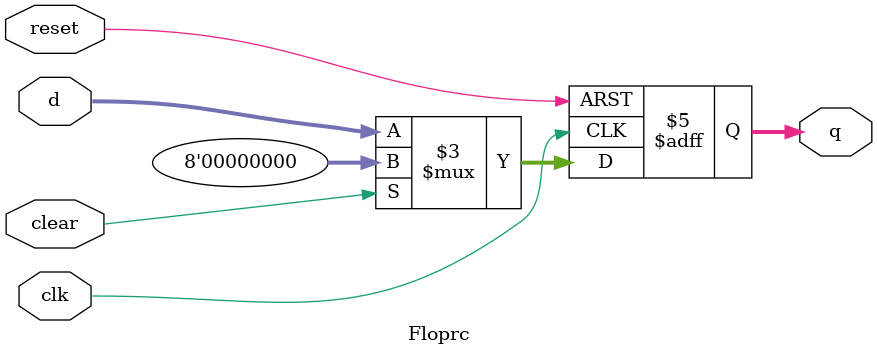
<source format=v>
`timescale 1ns / 1ps

module Floprc 
#(parameter WIDTH = 8)
(
	input                  clk, reset, clear,
	input      [WIDTH-1:0] d, 
	output reg [WIDTH-1:0] q
);

always @(posedge clk, posedge reset)
    if (reset)      q <= #1 0;
    else if (clear) q <= #1 0;
    else            q <= #1 d;

endmodule
</source>
